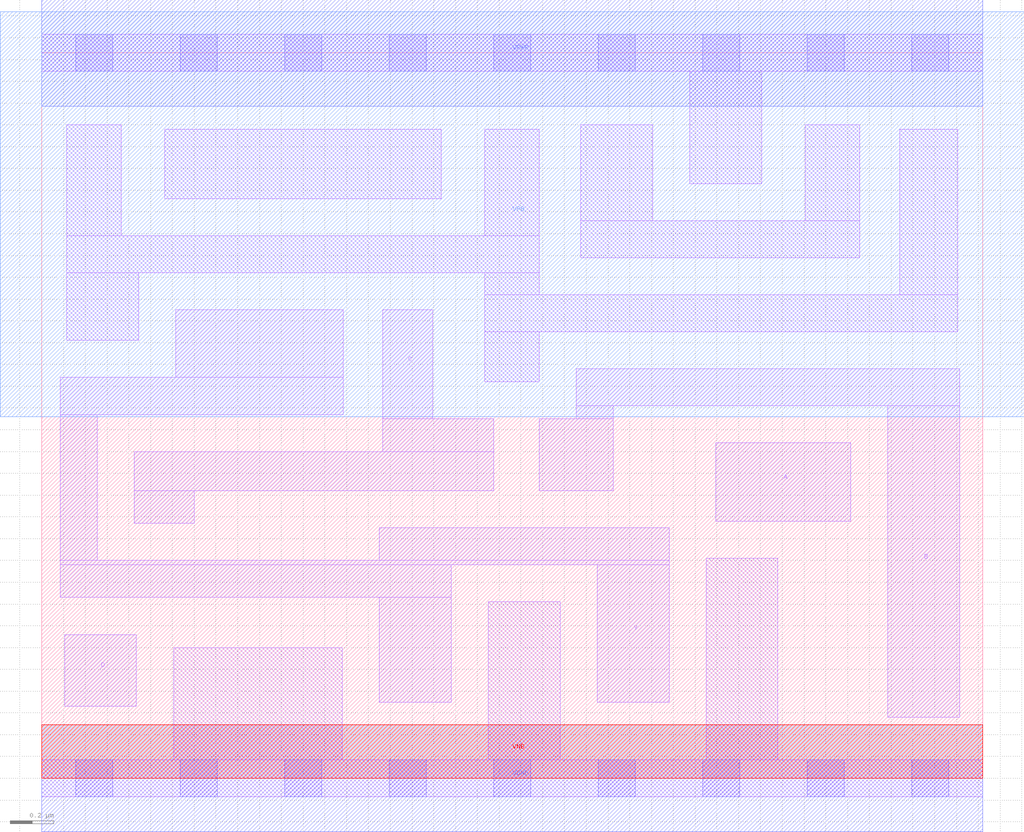
<source format=lef>
# Copyright 2020 The SkyWater PDK Authors
#
# Licensed under the Apache License, Version 2.0 (the "License");
# you may not use this file except in compliance with the License.
# You may obtain a copy of the License at
#
#     https://www.apache.org/licenses/LICENSE-2.0
#
# Unless required by applicable law or agreed to in writing, software
# distributed under the License is distributed on an "AS IS" BASIS,
# WITHOUT WARRANTIES OR CONDITIONS OF ANY KIND, either express or implied.
# See the License for the specific language governing permissions and
# limitations under the License.
#
# SPDX-License-Identifier: Apache-2.0

VERSION 5.7 ;
  NOWIREEXTENSIONATPIN ON ;
  DIVIDERCHAR "/" ;
  BUSBITCHARS "[]" ;
MACRO sky130_fd_sc_ls__nor4_2
  CLASS CORE ;
  FOREIGN sky130_fd_sc_ls__nor4_2 ;
  ORIGIN  0.000000  0.000000 ;
  SIZE  4.320000 BY  3.330000 ;
  SYMMETRY X Y ;
  SITE unit ;
  PIN A
    ANTENNAGATEAREA  0.447000 ;
    DIRECTION INPUT ;
    USE SIGNAL ;
    PORT
      LAYER li1 ;
        RECT 3.095000 1.180000 3.715000 1.540000 ;
    END
  END A
  PIN B
    ANTENNAGATEAREA  0.447000 ;
    DIRECTION INPUT ;
    USE SIGNAL ;
    PORT
      LAYER li1 ;
        RECT 2.285000 1.320000 2.625000 1.650000 ;
        RECT 2.455000 1.650000 2.625000 1.710000 ;
        RECT 2.455000 1.710000 4.215000 1.880000 ;
        RECT 3.885000 0.280000 4.215000 1.710000 ;
    END
  END B
  PIN C
    ANTENNAGATEAREA  0.447000 ;
    DIRECTION INPUT ;
    USE SIGNAL ;
    PORT
      LAYER li1 ;
        RECT 0.425000 1.170000 0.700000 1.320000 ;
        RECT 0.425000 1.320000 2.075000 1.500000 ;
        RECT 1.565000 1.500000 2.075000 1.650000 ;
        RECT 1.565000 1.650000 1.795000 2.150000 ;
    END
  END C
  PIN D
    ANTENNAGATEAREA  0.447000 ;
    DIRECTION INPUT ;
    USE SIGNAL ;
    PORT
      LAYER li1 ;
        RECT 0.105000 0.330000 0.435000 0.660000 ;
    END
  END D
  PIN Y
    ANTENNADIFFAREA  0.808000 ;
    DIRECTION OUTPUT ;
    USE SIGNAL ;
    PORT
      LAYER li1 ;
        RECT 0.085000 0.830000 1.880000 0.980000 ;
        RECT 0.085000 0.980000 2.880000 1.000000 ;
        RECT 0.085000 1.000000 0.255000 1.670000 ;
        RECT 0.085000 1.670000 1.385000 1.840000 ;
        RECT 0.615000 1.840000 1.385000 2.150000 ;
        RECT 1.550000 0.350000 1.880000 0.830000 ;
        RECT 1.550000 1.000000 2.880000 1.150000 ;
        RECT 2.550000 0.350000 2.880000 0.980000 ;
    END
  END Y
  PIN VGND
    DIRECTION INOUT ;
    SHAPE ABUTMENT ;
    USE GROUND ;
    PORT
      LAYER met1 ;
        RECT 0.000000 -0.245000 4.320000 0.245000 ;
    END
  END VGND
  PIN VNB
    DIRECTION INOUT ;
    USE GROUND ;
    PORT
      LAYER pwell ;
        RECT 0.000000 0.000000 4.320000 0.245000 ;
    END
  END VNB
  PIN VPB
    DIRECTION INOUT ;
    USE POWER ;
    PORT
      LAYER nwell ;
        RECT -0.190000 1.660000 4.510000 3.520000 ;
    END
  END VPB
  PIN VPWR
    DIRECTION INOUT ;
    SHAPE ABUTMENT ;
    USE POWER ;
    PORT
      LAYER met1 ;
        RECT 0.000000 3.085000 4.320000 3.575000 ;
    END
  END VPWR
  OBS
    LAYER li1 ;
      RECT 0.000000 -0.085000 4.320000 0.085000 ;
      RECT 0.000000  3.245000 4.320000 3.415000 ;
      RECT 0.115000  2.010000 0.445000 2.320000 ;
      RECT 0.115000  2.320000 2.285000 2.490000 ;
      RECT 0.115000  2.490000 0.365000 3.000000 ;
      RECT 0.565000  2.660000 1.835000 2.980000 ;
      RECT 0.605000  0.085000 1.380000 0.600000 ;
      RECT 2.035000  1.820000 2.285000 2.050000 ;
      RECT 2.035000  2.050000 4.205000 2.220000 ;
      RECT 2.035000  2.220000 2.285000 2.320000 ;
      RECT 2.035000  2.490000 2.285000 2.980000 ;
      RECT 2.050000  0.085000 2.380000 0.810000 ;
      RECT 2.475000  2.390000 3.755000 2.560000 ;
      RECT 2.475000  2.560000 2.805000 3.000000 ;
      RECT 2.975000  2.730000 3.305000 3.245000 ;
      RECT 3.050000  0.085000 3.380000 1.010000 ;
      RECT 3.505000  2.560000 3.755000 3.000000 ;
      RECT 3.940000  2.220000 4.205000 2.980000 ;
    LAYER mcon ;
      RECT 0.155000 -0.085000 0.325000 0.085000 ;
      RECT 0.155000  3.245000 0.325000 3.415000 ;
      RECT 0.635000 -0.085000 0.805000 0.085000 ;
      RECT 0.635000  3.245000 0.805000 3.415000 ;
      RECT 1.115000 -0.085000 1.285000 0.085000 ;
      RECT 1.115000  3.245000 1.285000 3.415000 ;
      RECT 1.595000 -0.085000 1.765000 0.085000 ;
      RECT 1.595000  3.245000 1.765000 3.415000 ;
      RECT 2.075000 -0.085000 2.245000 0.085000 ;
      RECT 2.075000  3.245000 2.245000 3.415000 ;
      RECT 2.555000 -0.085000 2.725000 0.085000 ;
      RECT 2.555000  3.245000 2.725000 3.415000 ;
      RECT 3.035000 -0.085000 3.205000 0.085000 ;
      RECT 3.035000  3.245000 3.205000 3.415000 ;
      RECT 3.515000 -0.085000 3.685000 0.085000 ;
      RECT 3.515000  3.245000 3.685000 3.415000 ;
      RECT 3.995000 -0.085000 4.165000 0.085000 ;
      RECT 3.995000  3.245000 4.165000 3.415000 ;
  END
END sky130_fd_sc_ls__nor4_2
END LIBRARY

</source>
